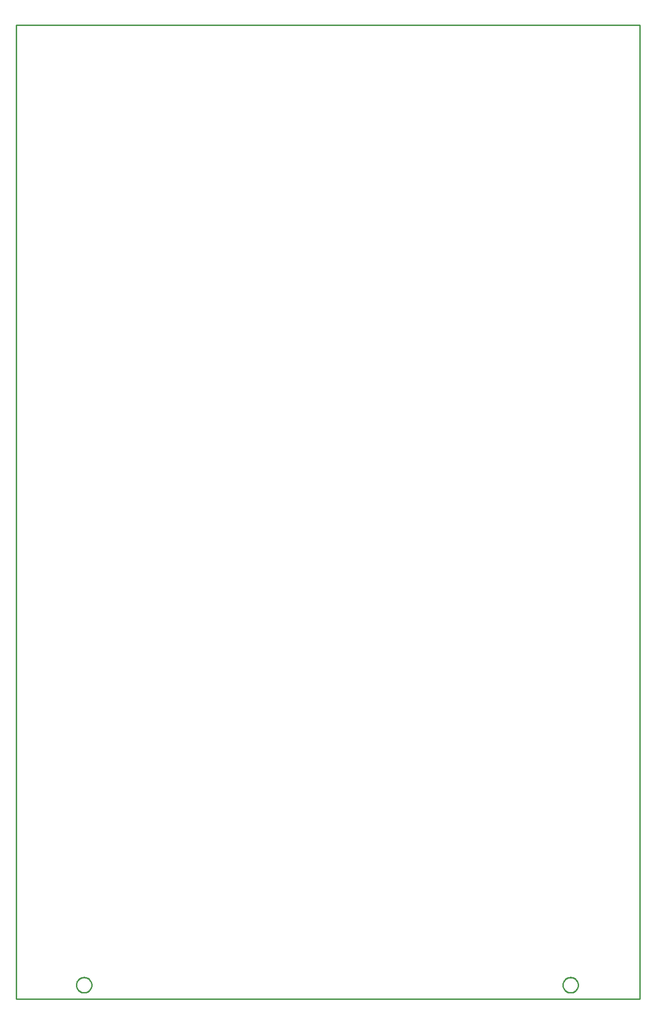
<source format=gbr>
G04 EAGLE Gerber RS-274X export*
G75*
%MOMM*%
%FSLAX34Y34*%
%LPD*%
%IN*%
%IPPOS*%
%AMOC8*
5,1,8,0,0,1.08239X$1,22.5*%
G01*
%ADD10C,0.254000*%


D10*
X358900Y177800D02*
X1498600Y177800D01*
X1498600Y1955600D01*
X358900Y1955600D01*
X358900Y177800D01*
X482037Y189230D02*
X481042Y189301D01*
X480054Y189443D01*
X479079Y189655D01*
X478121Y189936D01*
X477187Y190285D01*
X476279Y190700D01*
X475403Y191178D01*
X474564Y191717D01*
X473765Y192315D01*
X473011Y192969D01*
X472305Y193675D01*
X471651Y194429D01*
X471053Y195228D01*
X470514Y196067D01*
X470036Y196943D01*
X469621Y197851D01*
X469272Y198785D01*
X468991Y199743D01*
X468779Y200718D01*
X468637Y201706D01*
X468566Y202701D01*
X468566Y203699D01*
X468637Y204694D01*
X468779Y205682D01*
X468991Y206657D01*
X469272Y207615D01*
X469621Y208550D01*
X470036Y209457D01*
X470514Y210333D01*
X471053Y211173D01*
X471651Y211971D01*
X472305Y212725D01*
X473011Y213431D01*
X473765Y214085D01*
X474564Y214683D01*
X475403Y215222D01*
X476279Y215700D01*
X477187Y216115D01*
X478121Y216464D01*
X479079Y216745D01*
X480054Y216957D01*
X481042Y217099D01*
X482037Y217170D01*
X483035Y217170D01*
X484030Y217099D01*
X485018Y216957D01*
X485993Y216745D01*
X486951Y216464D01*
X487886Y216115D01*
X488793Y215700D01*
X489669Y215222D01*
X490509Y214683D01*
X491307Y214085D01*
X492061Y213431D01*
X492767Y212725D01*
X493421Y211971D01*
X494019Y211173D01*
X494558Y210333D01*
X495036Y209457D01*
X495451Y208550D01*
X495800Y207615D01*
X496081Y206657D01*
X496293Y205682D01*
X496435Y204694D01*
X496506Y203699D01*
X496506Y202701D01*
X496435Y201706D01*
X496293Y200718D01*
X496081Y199743D01*
X495800Y198785D01*
X495451Y197851D01*
X495036Y196943D01*
X494558Y196067D01*
X494019Y195228D01*
X493421Y194429D01*
X492767Y193675D01*
X492061Y192969D01*
X491307Y192315D01*
X490509Y191717D01*
X489669Y191178D01*
X488793Y190700D01*
X487886Y190285D01*
X486951Y189936D01*
X485993Y189655D01*
X485018Y189443D01*
X484030Y189301D01*
X483035Y189230D01*
X482037Y189230D01*
X1371165Y189230D02*
X1370170Y189301D01*
X1369182Y189443D01*
X1368207Y189655D01*
X1367249Y189936D01*
X1366315Y190285D01*
X1365407Y190700D01*
X1364531Y191178D01*
X1363692Y191717D01*
X1362893Y192315D01*
X1362139Y192969D01*
X1361433Y193675D01*
X1360779Y194429D01*
X1360181Y195228D01*
X1359642Y196067D01*
X1359164Y196943D01*
X1358749Y197851D01*
X1358400Y198785D01*
X1358119Y199743D01*
X1357907Y200718D01*
X1357765Y201706D01*
X1357694Y202701D01*
X1357694Y203699D01*
X1357765Y204694D01*
X1357907Y205682D01*
X1358119Y206657D01*
X1358400Y207615D01*
X1358749Y208550D01*
X1359164Y209457D01*
X1359642Y210333D01*
X1360181Y211173D01*
X1360779Y211971D01*
X1361433Y212725D01*
X1362139Y213431D01*
X1362893Y214085D01*
X1363692Y214683D01*
X1364531Y215222D01*
X1365407Y215700D01*
X1366315Y216115D01*
X1367249Y216464D01*
X1368207Y216745D01*
X1369182Y216957D01*
X1370170Y217099D01*
X1371165Y217170D01*
X1372163Y217170D01*
X1373158Y217099D01*
X1374146Y216957D01*
X1375121Y216745D01*
X1376079Y216464D01*
X1377014Y216115D01*
X1377921Y215700D01*
X1378797Y215222D01*
X1379637Y214683D01*
X1380435Y214085D01*
X1381189Y213431D01*
X1381895Y212725D01*
X1382549Y211971D01*
X1383147Y211173D01*
X1383686Y210333D01*
X1384164Y209457D01*
X1384579Y208550D01*
X1384928Y207615D01*
X1385209Y206657D01*
X1385421Y205682D01*
X1385563Y204694D01*
X1385634Y203699D01*
X1385634Y202701D01*
X1385563Y201706D01*
X1385421Y200718D01*
X1385209Y199743D01*
X1384928Y198785D01*
X1384579Y197851D01*
X1384164Y196943D01*
X1383686Y196067D01*
X1383147Y195228D01*
X1382549Y194429D01*
X1381895Y193675D01*
X1381189Y192969D01*
X1380435Y192315D01*
X1379637Y191717D01*
X1378797Y191178D01*
X1377921Y190700D01*
X1377014Y190285D01*
X1376079Y189936D01*
X1375121Y189655D01*
X1374146Y189443D01*
X1373158Y189301D01*
X1372163Y189230D01*
X1371165Y189230D01*
M02*

</source>
